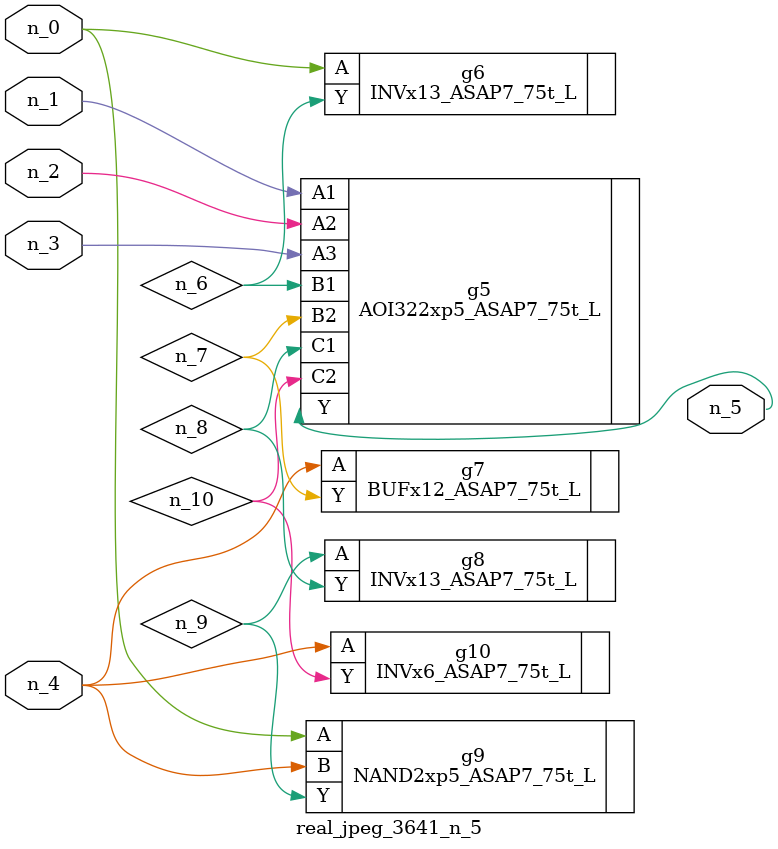
<source format=v>
module real_jpeg_3641_n_5 (n_4, n_0, n_1, n_2, n_3, n_5);

input n_4;
input n_0;
input n_1;
input n_2;
input n_3;

output n_5;

wire n_8;
wire n_6;
wire n_7;
wire n_10;
wire n_9;

INVx13_ASAP7_75t_L g6 ( 
.A(n_0),
.Y(n_6)
);

NAND2xp5_ASAP7_75t_L g9 ( 
.A(n_0),
.B(n_4),
.Y(n_9)
);

AOI322xp5_ASAP7_75t_L g5 ( 
.A1(n_1),
.A2(n_2),
.A3(n_3),
.B1(n_6),
.B2(n_7),
.C1(n_8),
.C2(n_10),
.Y(n_5)
);

BUFx12_ASAP7_75t_L g7 ( 
.A(n_4),
.Y(n_7)
);

INVx6_ASAP7_75t_L g10 ( 
.A(n_4),
.Y(n_10)
);

INVx13_ASAP7_75t_L g8 ( 
.A(n_9),
.Y(n_8)
);


endmodule
</source>
